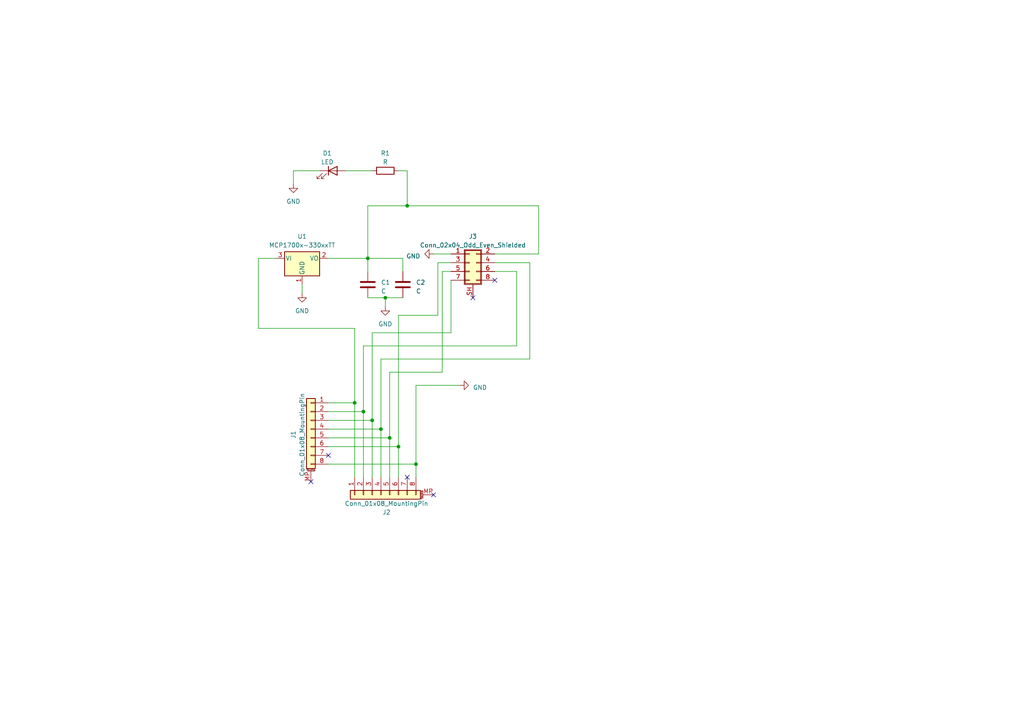
<source format=kicad_sch>
(kicad_sch (version 20230121) (generator eeschema)
  (paper "A4")
  (lib_symbols
    (symbol "Connector_Generic_MountingPin:Conn_01x08_MountingPin" (pin_names (offset 1.016) hide)
      (property "Reference" "J" (at 0 10.16 0))
      (property "Value" "Conn_01x08_MountingPin" (at 1.27 -12.7 0))
      (symbol "Conn_01x08_MountingPin_1_1"
        (rectangle (start -1.27 -10.033) (end 0 -10.287) (stroke (width 0.1524)))
        (rectangle (start -1.27 -7.493) (end 0 -7.747) (stroke (width 0.1524)))
        (rectangle (start -1.27 -4.953) (end 0 -5.207) (stroke (width 0.1524)))
        (rectangle (start -1.27 -2.413) (end 0 -2.667) (stroke (width 0.1524)))
        (rectangle (start -1.27 0.127) (end 0 -0.127) (stroke (width 0.1524)))
        (rectangle (start -1.27 2.667) (end 0 2.413) (stroke (width 0.1524)))
        (rectangle (start -1.27 5.207) (end 0 4.953) (stroke (width 0.1524)))
        (rectangle (start -1.27 7.747) (end 0 7.493) (stroke (width 0.1524)))
        (rectangle (start -1.27 8.89) (end 1.27 -11.43) (stroke (width 0.254)) (fill (type background)))
        (polyline (pts (xy -1.016 -12.192) (xy 1.016 -12.192)) (stroke (width 0.1524)))
        (text "Mounting" (at 0 -11.811 0) (effects (font (size 0.381 0.381))))
        (pin passive line (at -5.08 7.62 0) (length 3.81) (name "Pin_1") (number "1"))
        (pin passive line (at -5.08 5.08 0) (length 3.81) (name "Pin_2") (number "2"))
        (pin passive line (at -5.08 2.54 0) (length 3.81) (name "Pin_3") (number "3"))
        (pin passive line (at -5.08 0 0) (length 3.81) (name "Pin_4") (number "4"))
        (pin passive line (at -5.08 -2.54 0) (length 3.81) (name "Pin_5") (number "5"))
        (pin passive line (at -5.08 -5.08 0) (length 3.81) (name "Pin_6") (number "6"))
        (pin passive line (at -5.08 -7.62 0) (length 3.81) (name "Pin_7") (number "7"))
        (pin passive line (at -5.08 -10.16 0) (length 3.81) (name "Pin_8") (number "8"))
        (pin passive line (at 0 -15.24 90) (length 3.048) (name "MountPin") (number "MP"))
      )
    )
    (symbol "Connector_Generic_Shielded:Conn_02x04_Odd_Even_Shielded" (pin_names (offset 1.016) hide)
      (property "Reference" "J" (at 1.524 4.826 0))
      (property "Value" "Conn_02x04_Odd_Even_Shielded" (at 2.286 -7.366 0))
      (symbol "Conn_02x04_Odd_Even_Shielded_1_1"
        (rectangle (start -1.27 3.81) (end 3.81 -6.35) (stroke (width 0.1524)))
        (rectangle (start -1.016 -4.953) (end 0.254 -5.207) (stroke (width 0.1524)))
        (rectangle (start -1.016 -2.413) (end 0.254 -2.667) (stroke (width 0.1524)))
        (rectangle (start -1.016 0.127) (end 0.254 -0.127) (stroke (width 0.1524)))
        (rectangle (start -1.016 2.667) (end 0.254 2.413) (stroke (width 0.1524)))
        (rectangle (start -1.016 3.556) (end 3.556 -6.096) (stroke (width 0.254)) (fill (type background)))
        (rectangle (start 3.556 -4.953) (end 2.286 -5.207) (stroke (width 0.1524)))
        (rectangle (start 3.556 -2.413) (end 2.286 -2.667) (stroke (width 0.1524)))
        (rectangle (start 3.556 0.127) (end 2.286 -0.127) (stroke (width 0.1524)))
        (rectangle (start 3.556 2.667) (end 2.286 2.413) (stroke (width 0.1524)))
        (pin passive line (at -5.08 2.54 0) (length 4.064) (name "Pin_1") (number "1"))
        (pin passive line (at 7.62 2.54 180) (length 4.064) (name "Pin_2") (number "2"))
        (pin passive line (at -5.08 0 0) (length 4.064) (name "Pin_3") (number "3"))
        (pin passive line (at 7.62 0 180) (length 4.064) (name "Pin_4") (number "4"))
        (pin passive line (at -5.08 -2.54 0) (length 4.064) (name "Pin_5") (number "5"))
        (pin passive line (at 7.62 -2.54 180) (length 4.064) (name "Pin_6") (number "6"))
        (pin passive line (at -5.08 -5.08 0) (length 4.064) (name "Pin_7") (number "7"))
        (pin passive line (at 7.62 -5.08 180) (length 4.064) (name "Pin_8") (number "8"))
        (pin passive line (at 1.27 -10.16 90) (length 3.81) (name "Shield") (number "SH"))
      )
    )
    (symbol "Device:C" (pin_numbers hide) (pin_names (offset 0.254))
      (property "Reference" "C" (at 0.635 2.54 0))
      (property "Value" "C" (at 0.635 -2.54 0))
      (symbol "C_0_1"
        (polyline (pts (xy -2.032 -0.762) (xy 2.032 -0.762)) (stroke (width 0.508)))
        (polyline (pts (xy -2.032 0.762) (xy 2.032 0.762)) (stroke (width 0.508)))
      )
      (symbol "C_1_1"
        (pin passive line (at 0 3.81 270) (length 2.794) (name "~") (number "1"))
        (pin passive line (at 0 -3.81 90) (length 2.794) (name "~") (number "2"))
      )
    )
    (symbol "Device:LED" (pin_numbers hide) (pin_names (offset 1.016) hide)
      (property "Reference" "D" (at 0 2.54 0))
      (property "Value" "LED" (at 0 -2.54 0))
      (symbol "LED_0_1"
        (polyline (pts (xy -1.27 -1.27) (xy -1.27 1.27)) (stroke (width 0.254)))
        (polyline (pts (xy -1.27 0) (xy 1.27 0)))
        (polyline (pts (xy 1.27 -1.27) (xy 1.27 1.27) (xy -1.27 0) (xy 1.27 -1.27)) (stroke (width 0.254)))
        (polyline (pts (xy -3.048 -0.762) (xy -4.572 -2.286) (xy -3.81 -2.286) (xy -4.572 -2.286) (xy -4.572 -1.524)))
        (polyline (pts (xy -1.778 -0.762) (xy -3.302 -2.286) (xy -2.54 -2.286) (xy -3.302 -2.286) (xy -3.302 -1.524)))
      )
      (symbol "LED_1_1"
        (pin passive line (at -3.81 0 0) (length 2.54) (name "K") (number "1"))
        (pin passive line (at 3.81 0 180) (length 2.54) (name "A") (number "2"))
      )
    )
    (symbol "Device:R" (pin_numbers hide) (pin_names (offset 0))
      (property "Reference" "R" (at 2.032 0 90))
      (property "Value" "R" (at 0 0 90))
      (symbol "R_0_1"
        (rectangle (start -1.016 -2.54) (end 1.016 2.54) (stroke (width 0.254)))
      )
      (symbol "R_1_1"
        (pin passive line (at 0 3.81 270) (length 1.27) (name "~") (number "1"))
        (pin passive line (at 0 -3.81 90) (length 1.27) (name "~") (number "2"))
      )
    )
    (symbol "Regulator_Linear:MCP1700x-330xxTT" (pin_names (offset 0.254))
      (property "Reference" "U" (at -3.81 3.175 0))
      (property "Value" "MCP1700x-330xxTT" (at 0 3.175 0))
      (symbol "MCP1700x-330xxTT_0_1"
        (rectangle (start -5.08 1.905) (end 5.08 -5.08) (stroke (width 0.254)) (fill (type background)))
      )
      (symbol "MCP1700x-330xxTT_1_1"
        (pin power_in line (at 0 -7.62 90) (length 2.54) (name "GND") (number "1"))
        (pin power_out line (at 7.62 0 180) (length 2.54) (name "VO") (number "2"))
        (pin power_in line (at -7.62 0 0) (length 2.54) (name "VI") (number "3"))
      )
    )
    (symbol "power:GND" (power) (pin_names (offset 0))
      (property "Value" "GND" (at 0 -3.81 0))
      (symbol "GND_0_1"
        (polyline (pts (xy 0 0) (xy 0 -1.27) (xy 1.27 -1.27) (xy 0 -2.54) (xy -1.27 -1.27) (xy 0 -1.27)))
      )
      (symbol "GND_1_1"
        (pin power_in line (at 0 0 270) (length 0) hide (name "GND") (number "1"))
      )
    )
  )
  (junction (at 120.65 134.62))
  (junction (at 107.95 121.92))
  (junction (at 106.68 74.93))
  (junction (at 113.03 127))
  (junction (at 105.41 119.38))
  (junction (at 110.49 124.46))
  (junction (at 102.87 116.84))
  (junction (at 111.76 86.36))
  (junction (at 115.57 129.54))
  (junction (at 118.11 59.69))
  (no_connect (at 95.25 132.08))
  (no_connect (at 118.11 138.43))
  (no_connect (at 143.51 81.28))
  (no_connect (at 90.17 139.7))
  (no_connect (at 137.16 86.36))
  (no_connect (at 125.73 143.51))
  (wire (pts (xy 130.81 73.66) (xy 125.73 73.66)))
  (wire (pts (xy 85.09 53.34) (xy 85.09 49.53)))
  (wire (pts (xy 156.21 59.69) (xy 118.11 59.69)))
  (wire (pts (xy 111.76 86.36) (xy 116.84 86.36)))
  (wire (pts (xy 127 91.44) (xy 127 76.2)))
  (wire (pts (xy 111.76 86.36) (xy 111.76 88.9)))
  (wire (pts (xy 95.25 134.62) (xy 120.65 134.62)))
  (wire (pts (xy 128.27 78.74) (xy 128.27 107.95)))
  (wire (pts (xy 87.63 82.55) (xy 87.63 85.09)))
  (wire (pts (xy 105.41 138.43) (xy 105.41 119.38)))
  (wire (pts (xy 74.93 95.25) (xy 102.87 95.25)))
  (wire (pts (xy 115.57 49.53) (xy 118.11 49.53)))
  (wire (pts (xy 127 76.2) (xy 130.81 76.2)))
  (wire (pts (xy 85.09 49.53) (xy 92.71 49.53)))
  (wire (pts (xy 95.25 119.38) (xy 105.41 119.38)))
  (wire (pts (xy 110.49 104.14) (xy 153.67 104.14)))
  (wire (pts (xy 120.65 138.43) (xy 120.65 134.62)))
  (wire (pts (xy 120.65 134.62) (xy 120.65 111.76)))
  (wire (pts (xy 115.57 138.43) (xy 115.57 129.54)))
  (wire (pts (xy 105.41 119.38) (xy 105.41 100.33)))
  (wire (pts (xy 118.11 59.69) (xy 106.68 59.69)))
  (wire (pts (xy 74.93 74.93) (xy 74.93 95.25)))
  (wire (pts (xy 95.25 116.84) (xy 102.87 116.84)))
  (wire (pts (xy 100.33 49.53) (xy 107.95 49.53)))
  (wire (pts (xy 113.03 107.95) (xy 113.03 127)))
  (wire (pts (xy 115.57 129.54) (xy 115.57 91.44)))
  (wire (pts (xy 102.87 95.25) (xy 102.87 116.84)))
  (wire (pts (xy 153.67 104.14) (xy 153.67 76.2)))
  (wire (pts (xy 156.21 73.66) (xy 156.21 59.69)))
  (wire (pts (xy 115.57 91.44) (xy 127 91.44)))
  (wire (pts (xy 128.27 78.74) (xy 130.81 78.74)))
  (wire (pts (xy 110.49 124.46) (xy 110.49 104.14)))
  (wire (pts (xy 149.86 78.74) (xy 143.51 78.74)))
  (wire (pts (xy 120.65 111.76) (xy 133.35 111.76)))
  (wire (pts (xy 107.95 121.92) (xy 107.95 138.43)))
  (wire (pts (xy 95.25 121.92) (xy 107.95 121.92)))
  (wire (pts (xy 113.03 127) (xy 113.03 138.43)))
  (wire (pts (xy 116.84 74.93) (xy 106.68 74.93)))
  (wire (pts (xy 80.01 74.93) (xy 74.93 74.93)))
  (wire (pts (xy 106.68 74.93) (xy 106.68 78.74)))
  (wire (pts (xy 106.68 59.69) (xy 106.68 74.93)))
  (wire (pts (xy 118.11 49.53) (xy 118.11 59.69)))
  (wire (pts (xy 95.25 127) (xy 113.03 127)))
  (wire (pts (xy 107.95 96.52) (xy 107.95 121.92)))
  (wire (pts (xy 95.25 129.54) (xy 115.57 129.54)))
  (wire (pts (xy 128.27 107.95) (xy 113.03 107.95)))
  (wire (pts (xy 95.25 74.93) (xy 106.68 74.93)))
  (wire (pts (xy 106.68 86.36) (xy 111.76 86.36)))
  (wire (pts (xy 143.51 73.66) (xy 156.21 73.66)))
  (wire (pts (xy 153.67 76.2) (xy 143.51 76.2)))
  (wire (pts (xy 130.81 81.28) (xy 130.81 96.52)))
  (wire (pts (xy 105.41 100.33) (xy 149.86 100.33)))
  (wire (pts (xy 102.87 116.84) (xy 102.87 138.43)))
  (wire (pts (xy 110.49 138.43) (xy 110.49 124.46)))
  (wire (pts (xy 95.25 124.46) (xy 110.49 124.46)))
  (wire (pts (xy 130.81 96.52) (xy 107.95 96.52)))
  (wire (pts (xy 149.86 100.33) (xy 149.86 78.74)))
  (wire (pts (xy 116.84 78.74) (xy 116.84 74.93)))
  (symbol (lib_id "Connector_Generic_Shielded:Conn_02x04_Odd_Even_Shielded") (at 135.89 76.2 0) (unit 1)
    (property "Reference" "J3" (at 137.16 68.58 0))
    (property "Value" "Conn_02x04_Odd_Even_Shielded" (at 137.16 71.12 0))
    (property "Footprint" "Connector_PinSocket_2.54mm:PinSocket_2x04_P2.54mm_Vertical" (effects hide))
  )
  (symbol (lib_id "power:GND") (at 85.09 53.34 0) (unit 1)
    (property "Reference" "#PWR05" (effects hide))
    (property "Value" "GND" (at 85.09 58.42 0))
  )
  (symbol (lib_id "Regulator_Linear:MCP1700x-330xxTT") (at 87.63 74.93 0) (unit 1)
    (property "Reference" "U1" (at 87.63 68.58 0))
    (property "Value" "MCP1700x-330xxTT" (at 87.63 71.12 0))
    (property "Footprint" "Package_TO_SOT_SMD:SOT-23" (effects hide))
    (property "Datasheet" "http://ww1.microchip.com/downloads/en/DeviceDoc/20001826D.pdf" (effects hide))
  )
  (symbol (lib_id "power:GND") (at 133.35 111.76 90) (unit 1)
    (property "Reference" "#PWR04" (effects hide))
    (property "Value" "GND" (at 137.16 112.395 90) (effects (justify right)))
  )
  (symbol (lib_id "Connector_Generic_MountingPin:Conn_01x08_MountingPin") (at 90.17 124.46 0) (mirror y) (unit 1)
    (property "Reference" "J1" (at 85.09 126.0856 90))
    (property "Value" "Conn_01x08_MountingPin" (at 87.63 126.0856 90))
    (property "Footprint" "Connector_PinHeader_2.54mm:PinHeader_1x08_P2.54mm_Vertical" (effects hide))
  )
  (symbol (lib_id "power:GND") (at 111.76 88.9 0) (unit 1)
    (property "Reference" "#PWR01" (effects hide))
    (property "Value" "GND" (at 111.76 93.98 0))
  )
  (symbol (lib_id "Device:C") (at 106.68 82.55 0) (unit 1)
    (property "Reference" "C1" (at 110.49 81.915 0) (effects (justify left)))
    (property "Value" "C" (at 110.49 84.455 0) (effects (justify left)))
    (property "Footprint" "Capacitor_SMD:C_0805_2012Metric_Pad1.18x1.45mm_HandSolder" (effects hide))
  )
  (symbol (lib_id "Device:R") (at 111.76 49.53 90) (unit 1)
    (property "Reference" "R1" (at 111.76 44.45 90))
    (property "Value" "R" (at 111.76 46.99 90))
    (property "Footprint" "Resistor_SMD:R_0603_1608Metric_Pad0.98x0.95mm_HandSolder" (effects hide))
  )
  (symbol (lib_id "Device:C") (at 116.84 82.55 0) (unit 1)
    (property "Reference" "C2" (at 120.65 81.915 0) (effects (justify left)))
    (property "Value" "C" (at 120.65 84.455 0) (effects (justify left)))
    (property "Footprint" "Capacitor_SMD:C_0805_2012Metric_Pad1.18x1.45mm_HandSolder" (effects hide))
  )
  (symbol (lib_id "Connector_Generic_MountingPin:Conn_01x08_MountingPin") (at 110.49 143.51 90) (mirror x) (unit 1)
    (property "Reference" "J2" (at 112.1156 148.59 90))
    (property "Value" "Conn_01x08_MountingPin" (at 112.1156 146.05 90))
    (property "Footprint" "Connector_PinHeader_2.54mm:PinHeader_1x08_P2.54mm_Vertical" (effects hide))
  )
  (symbol (lib_id "power:GND") (at 87.63 85.09 0) (unit 1)
    (property "Reference" "#PWR02" (effects hide))
    (property "Value" "GND" (at 87.63 90.17 0))
  )
  (symbol (lib_id "Device:LED") (at 96.52 49.53 0) (unit 1)
    (property "Reference" "D1" (at 94.9325 44.45 0))
    (property "Value" "LED" (at 94.9325 46.99 0))
    (property "Footprint" "LED_THT:LED_D3.0mm" (effects hide))
  )
  (symbol (lib_id "power:GND") (at 125.73 73.66 270) (unit 1)
    (property "Reference" "#PWR03" (effects hide))
    (property "Value" "GND" (at 121.92 74.295 90) (effects (justify right)))
  )
)
</source>
